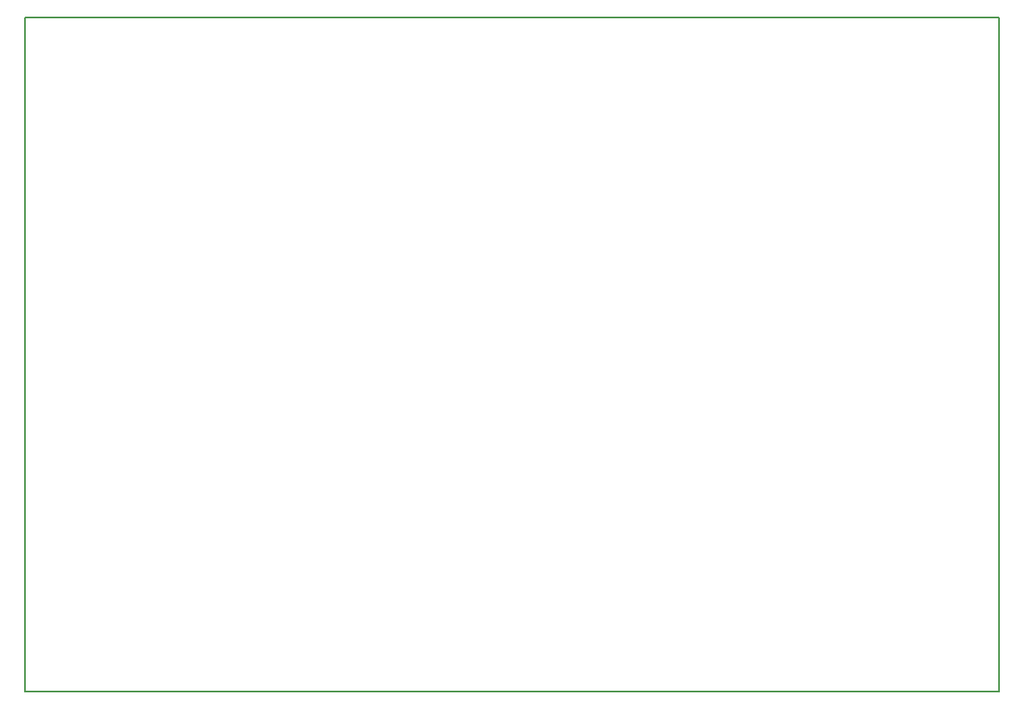
<source format=gbr>
G04 #@! TF.FileFunction,Profile,NP*
%FSLAX46Y46*%
G04 Gerber Fmt 4.6, Leading zero omitted, Abs format (unit mm)*
G04 Created by KiCad (PCBNEW 4.0.4-stable) date Tuesday, January 31, 2017 'AMt' 11:40:29 AM*
%MOMM*%
%LPD*%
G01*
G04 APERTURE LIST*
%ADD10C,0.100000*%
%ADD11C,0.150000*%
G04 APERTURE END LIST*
D10*
D11*
X66357500Y-158432500D02*
X66357500Y-89852500D01*
X165417500Y-158432500D02*
X66357500Y-158432500D01*
X165417500Y-89852500D02*
X165417500Y-158432500D01*
X66357500Y-89852500D02*
X165417500Y-89852500D01*
M02*

</source>
